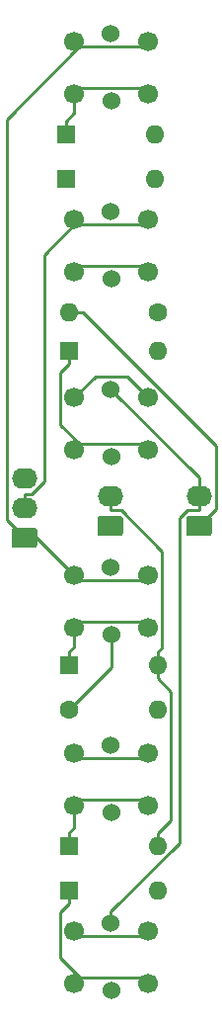
<source format=gbr>
G04 #@! TF.GenerationSoftware,KiCad,Pcbnew,(5.1.5-0-10_14)*
G04 #@! TF.CreationDate,2020-06-21T14:29:58+10:00*
G04 #@! TF.ProjectId,IFEI,49464549-2e6b-4696-9361-645f70636258,rev?*
G04 #@! TF.SameCoordinates,Original*
G04 #@! TF.FileFunction,Copper,L2,Bot*
G04 #@! TF.FilePolarity,Positive*
%FSLAX46Y46*%
G04 Gerber Fmt 4.6, Leading zero omitted, Abs format (unit mm)*
G04 Created by KiCad (PCBNEW (5.1.5-0-10_14)) date 2020-06-21 14:29:58*
%MOMM*%
%LPD*%
G04 APERTURE LIST*
%ADD10C,1.524000*%
%ADD11C,1.700000*%
%ADD12O,1.600000X1.600000*%
%ADD13C,1.600000*%
%ADD14O,2.200000X1.740000*%
%ADD15C,0.100000*%
%ADD16R,1.600000X1.600000*%
%ADD17C,0.250000*%
G04 APERTURE END LIST*
D10*
X136830000Y-117320000D03*
X136870000Y-123111000D03*
D11*
X133695000Y-118031000D03*
X140045000Y-118031000D03*
X133695000Y-122476000D03*
X140045000Y-122476000D03*
D12*
X140830000Y-114288000D03*
D13*
X133210000Y-114288000D03*
D12*
X133210000Y-80252000D03*
D13*
X140830000Y-80252000D03*
D14*
X144386000Y-96000000D03*
G04 #@! TA.AperFunction,ComponentPad*
D15*
G36*
X145260505Y-97671204D02*
G01*
X145284773Y-97674804D01*
X145308572Y-97680765D01*
X145331671Y-97689030D01*
X145353850Y-97699520D01*
X145374893Y-97712132D01*
X145394599Y-97726747D01*
X145412777Y-97743223D01*
X145429253Y-97761401D01*
X145443868Y-97781107D01*
X145456480Y-97802150D01*
X145466970Y-97824329D01*
X145475235Y-97847428D01*
X145481196Y-97871227D01*
X145484796Y-97895495D01*
X145486000Y-97919999D01*
X145486000Y-99160001D01*
X145484796Y-99184505D01*
X145481196Y-99208773D01*
X145475235Y-99232572D01*
X145466970Y-99255671D01*
X145456480Y-99277850D01*
X145443868Y-99298893D01*
X145429253Y-99318599D01*
X145412777Y-99336777D01*
X145394599Y-99353253D01*
X145374893Y-99367868D01*
X145353850Y-99380480D01*
X145331671Y-99390970D01*
X145308572Y-99399235D01*
X145284773Y-99405196D01*
X145260505Y-99408796D01*
X145236001Y-99410000D01*
X143535999Y-99410000D01*
X143511495Y-99408796D01*
X143487227Y-99405196D01*
X143463428Y-99399235D01*
X143440329Y-99390970D01*
X143418150Y-99380480D01*
X143397107Y-99367868D01*
X143377401Y-99353253D01*
X143359223Y-99336777D01*
X143342747Y-99318599D01*
X143328132Y-99298893D01*
X143315520Y-99277850D01*
X143305030Y-99255671D01*
X143296765Y-99232572D01*
X143290804Y-99208773D01*
X143287204Y-99184505D01*
X143286000Y-99160001D01*
X143286000Y-97919999D01*
X143287204Y-97895495D01*
X143290804Y-97871227D01*
X143296765Y-97847428D01*
X143305030Y-97824329D01*
X143315520Y-97802150D01*
X143328132Y-97781107D01*
X143342747Y-97761401D01*
X143359223Y-97743223D01*
X143377401Y-97726747D01*
X143397107Y-97712132D01*
X143418150Y-97699520D01*
X143440329Y-97689030D01*
X143463428Y-97680765D01*
X143487227Y-97674804D01*
X143511495Y-97671204D01*
X143535999Y-97670000D01*
X145236001Y-97670000D01*
X145260505Y-97671204D01*
G37*
G04 #@! TD.AperFunction*
D14*
X129400000Y-94476000D03*
X129400000Y-97016000D03*
G04 #@! TA.AperFunction,ComponentPad*
D15*
G36*
X130274505Y-98687204D02*
G01*
X130298773Y-98690804D01*
X130322572Y-98696765D01*
X130345671Y-98705030D01*
X130367850Y-98715520D01*
X130388893Y-98728132D01*
X130408599Y-98742747D01*
X130426777Y-98759223D01*
X130443253Y-98777401D01*
X130457868Y-98797107D01*
X130470480Y-98818150D01*
X130480970Y-98840329D01*
X130489235Y-98863428D01*
X130495196Y-98887227D01*
X130498796Y-98911495D01*
X130500000Y-98935999D01*
X130500000Y-100176001D01*
X130498796Y-100200505D01*
X130495196Y-100224773D01*
X130489235Y-100248572D01*
X130480970Y-100271671D01*
X130470480Y-100293850D01*
X130457868Y-100314893D01*
X130443253Y-100334599D01*
X130426777Y-100352777D01*
X130408599Y-100369253D01*
X130388893Y-100383868D01*
X130367850Y-100396480D01*
X130345671Y-100406970D01*
X130322572Y-100415235D01*
X130298773Y-100421196D01*
X130274505Y-100424796D01*
X130250001Y-100426000D01*
X128549999Y-100426000D01*
X128525495Y-100424796D01*
X128501227Y-100421196D01*
X128477428Y-100415235D01*
X128454329Y-100406970D01*
X128432150Y-100396480D01*
X128411107Y-100383868D01*
X128391401Y-100369253D01*
X128373223Y-100352777D01*
X128356747Y-100334599D01*
X128342132Y-100314893D01*
X128329520Y-100293850D01*
X128319030Y-100271671D01*
X128310765Y-100248572D01*
X128304804Y-100224773D01*
X128301204Y-100200505D01*
X128300000Y-100176001D01*
X128300000Y-98935999D01*
X128301204Y-98911495D01*
X128304804Y-98887227D01*
X128310765Y-98863428D01*
X128319030Y-98840329D01*
X128329520Y-98818150D01*
X128342132Y-98797107D01*
X128356747Y-98777401D01*
X128373223Y-98759223D01*
X128391401Y-98742747D01*
X128411107Y-98728132D01*
X128432150Y-98715520D01*
X128454329Y-98705030D01*
X128477428Y-98696765D01*
X128501227Y-98690804D01*
X128525495Y-98687204D01*
X128549999Y-98686000D01*
X130250001Y-98686000D01*
X130274505Y-98687204D01*
G37*
G04 #@! TD.AperFunction*
D14*
X136766000Y-96000000D03*
G04 #@! TA.AperFunction,ComponentPad*
D15*
G36*
X137640505Y-97671204D02*
G01*
X137664773Y-97674804D01*
X137688572Y-97680765D01*
X137711671Y-97689030D01*
X137733850Y-97699520D01*
X137754893Y-97712132D01*
X137774599Y-97726747D01*
X137792777Y-97743223D01*
X137809253Y-97761401D01*
X137823868Y-97781107D01*
X137836480Y-97802150D01*
X137846970Y-97824329D01*
X137855235Y-97847428D01*
X137861196Y-97871227D01*
X137864796Y-97895495D01*
X137866000Y-97919999D01*
X137866000Y-99160001D01*
X137864796Y-99184505D01*
X137861196Y-99208773D01*
X137855235Y-99232572D01*
X137846970Y-99255671D01*
X137836480Y-99277850D01*
X137823868Y-99298893D01*
X137809253Y-99318599D01*
X137792777Y-99336777D01*
X137774599Y-99353253D01*
X137754893Y-99367868D01*
X137733850Y-99380480D01*
X137711671Y-99390970D01*
X137688572Y-99399235D01*
X137664773Y-99405196D01*
X137640505Y-99408796D01*
X137616001Y-99410000D01*
X135915999Y-99410000D01*
X135891495Y-99408796D01*
X135867227Y-99405196D01*
X135843428Y-99399235D01*
X135820329Y-99390970D01*
X135798150Y-99380480D01*
X135777107Y-99367868D01*
X135757401Y-99353253D01*
X135739223Y-99336777D01*
X135722747Y-99318599D01*
X135708132Y-99298893D01*
X135695520Y-99277850D01*
X135685030Y-99255671D01*
X135676765Y-99232572D01*
X135670804Y-99208773D01*
X135667204Y-99184505D01*
X135666000Y-99160001D01*
X135666000Y-97919999D01*
X135667204Y-97895495D01*
X135670804Y-97871227D01*
X135676765Y-97847428D01*
X135685030Y-97824329D01*
X135695520Y-97802150D01*
X135708132Y-97781107D01*
X135722747Y-97761401D01*
X135739223Y-97743223D01*
X135757401Y-97726747D01*
X135777107Y-97712132D01*
X135798150Y-97699520D01*
X135820329Y-97689030D01*
X135843428Y-97680765D01*
X135867227Y-97674804D01*
X135891495Y-97671204D01*
X135915999Y-97670000D01*
X137616001Y-97670000D01*
X137640505Y-97671204D01*
G37*
G04 #@! TD.AperFunction*
D12*
X140830000Y-129782000D03*
D16*
X133210000Y-129782000D03*
D12*
X140830000Y-125972000D03*
D16*
X133210000Y-125972000D03*
D12*
X140830000Y-110478000D03*
D16*
X133210000Y-110478000D03*
D12*
X140830000Y-83554000D03*
D16*
X133210000Y-83554000D03*
D12*
X140576000Y-68822000D03*
D16*
X132956000Y-68822000D03*
D12*
X140576000Y-65012000D03*
D16*
X132956000Y-65012000D03*
D10*
X136830000Y-132560000D03*
X136870000Y-138351000D03*
D11*
X133695000Y-133271000D03*
X140045000Y-133271000D03*
X133695000Y-137716000D03*
X140045000Y-137716000D03*
D10*
X136830000Y-102080000D03*
X136870000Y-107871000D03*
D11*
X133695000Y-102791000D03*
X140045000Y-102791000D03*
X133695000Y-107236000D03*
X140045000Y-107236000D03*
D10*
X136830000Y-86840000D03*
X136870000Y-92631000D03*
D11*
X133695000Y-87551000D03*
X140045000Y-87551000D03*
X133695000Y-91996000D03*
X140045000Y-91996000D03*
D10*
X136830000Y-71600000D03*
X136870000Y-77391000D03*
D11*
X133695000Y-72311000D03*
X140045000Y-72311000D03*
X133695000Y-76756000D03*
X140045000Y-76756000D03*
D10*
X136830000Y-56360000D03*
X136870000Y-62151000D03*
D11*
X133695000Y-57071000D03*
X140045000Y-57071000D03*
X133695000Y-61516000D03*
X140045000Y-61516000D03*
D17*
X133695000Y-61516000D02*
X134194000Y-61017000D01*
X134194000Y-61017000D02*
X139546000Y-61017000D01*
X139546000Y-61017000D02*
X140045000Y-61516000D01*
X132956000Y-63886700D02*
X133695000Y-63147700D01*
X133695000Y-63147700D02*
X133695000Y-61516000D01*
X132956000Y-65012000D02*
X132956000Y-63886700D01*
X133695000Y-76756000D02*
X134194000Y-76257000D01*
X134194000Y-76257000D02*
X139546000Y-76257000D01*
X139546000Y-76257000D02*
X140045000Y-76756000D01*
X133210000Y-83554000D02*
X133210000Y-84679300D01*
X134150100Y-91540900D02*
X133695000Y-91996000D01*
X140045000Y-91996000D02*
X139589900Y-91540900D01*
X139589900Y-91540900D02*
X134150100Y-91540900D01*
X133210000Y-84679300D02*
X132472900Y-85416400D01*
X132472900Y-85416400D02*
X132472900Y-89863700D01*
X132472900Y-89863700D02*
X134150100Y-91540900D01*
X136766000Y-96000000D02*
X136766000Y-97195300D01*
X140830000Y-110478000D02*
X140830000Y-109352700D01*
X140830000Y-109352700D02*
X141231900Y-108950800D01*
X141231900Y-108950800D02*
X141231900Y-100690000D01*
X141231900Y-100690000D02*
X137737200Y-97195300D01*
X137737200Y-97195300D02*
X136766000Y-97195300D01*
X140830000Y-110759300D02*
X140830000Y-110478000D01*
X140830000Y-110759300D02*
X140830000Y-111603300D01*
X140830000Y-125972000D02*
X140830000Y-124846700D01*
X140830000Y-111603300D02*
X141955300Y-112728600D01*
X141955300Y-112728600D02*
X141955300Y-123721400D01*
X141955300Y-123721400D02*
X140830000Y-124846700D01*
X133210000Y-110478000D02*
X133210000Y-109352700D01*
X133210000Y-109352700D02*
X133695000Y-108867700D01*
X133695000Y-108867700D02*
X133695000Y-107236000D01*
X140045000Y-107236000D02*
X139591200Y-106782200D01*
X139591200Y-106782200D02*
X134148800Y-106782200D01*
X134148800Y-106782200D02*
X133695000Y-107236000D01*
X140045000Y-122476000D02*
X139546000Y-121977000D01*
X139546000Y-121977000D02*
X134194000Y-121977000D01*
X134194000Y-121977000D02*
X133695000Y-122476000D01*
X133210000Y-125972000D02*
X133210000Y-124846700D01*
X133210000Y-124846700D02*
X133695000Y-124361700D01*
X133695000Y-124361700D02*
X133695000Y-122476000D01*
X134163300Y-137247700D02*
X133695000Y-137716000D01*
X140045000Y-137716000D02*
X139576700Y-137247700D01*
X139576700Y-137247700D02*
X134163300Y-137247700D01*
X133210000Y-130907300D02*
X132482500Y-131634800D01*
X132482500Y-131634800D02*
X132482500Y-135566900D01*
X132482500Y-135566900D02*
X134163300Y-137247700D01*
X133210000Y-129782000D02*
X133210000Y-130907300D01*
X133695000Y-87551000D02*
X135493400Y-85752600D01*
X135493400Y-85752600D02*
X138246600Y-85752600D01*
X138246600Y-85752600D02*
X140045000Y-87551000D01*
X133695000Y-133271000D02*
X134118600Y-133694600D01*
X134118600Y-133694600D02*
X139621400Y-133694600D01*
X139621400Y-133694600D02*
X140045000Y-133271000D01*
X133695000Y-72687300D02*
X133695000Y-72311000D01*
X129400000Y-95820700D02*
X129997600Y-95820700D01*
X129997600Y-95820700D02*
X131093600Y-94724700D01*
X131093600Y-94724700D02*
X131093600Y-75288700D01*
X131093600Y-75288700D02*
X133695000Y-72687300D01*
X133695000Y-72687300D02*
X139668700Y-72687300D01*
X139668700Y-72687300D02*
X140045000Y-72311000D01*
X129400000Y-97016000D02*
X129400000Y-95820700D01*
X140045000Y-118031000D02*
X139647000Y-118429000D01*
X139647000Y-118429000D02*
X134093000Y-118429000D01*
X134093000Y-118429000D02*
X133695000Y-118031000D01*
X134118600Y-57494600D02*
X139621400Y-57494600D01*
X139621400Y-57494600D02*
X140045000Y-57071000D01*
X133695000Y-57071000D02*
X134118600Y-57494600D01*
X129400000Y-99556000D02*
X127898600Y-98054600D01*
X127898600Y-98054600D02*
X127898600Y-63714600D01*
X127898600Y-63714600D02*
X134118600Y-57494600D01*
X133695000Y-102791000D02*
X130460000Y-99556000D01*
X130460000Y-99556000D02*
X129400000Y-99556000D01*
X140045000Y-102791000D02*
X139623700Y-103212300D01*
X139623700Y-103212300D02*
X134116300Y-103212300D01*
X134116300Y-103212300D02*
X133695000Y-102791000D01*
X144386000Y-96000000D02*
X144386000Y-97195300D01*
X144386000Y-97195300D02*
X143414800Y-97195300D01*
X143414800Y-97195300D02*
X142731500Y-97878600D01*
X142731500Y-97878600D02*
X142731500Y-125682000D01*
X142731500Y-125682000D02*
X136830000Y-131583500D01*
X136830000Y-131583500D02*
X136830000Y-132560000D01*
X144386000Y-96000000D02*
X144386000Y-94396000D01*
X144386000Y-94396000D02*
X136830000Y-86840000D01*
X144386000Y-98540000D02*
X145837200Y-97088800D01*
X145837200Y-97088800D02*
X145837200Y-91680600D01*
X145837200Y-91680600D02*
X134408600Y-80252000D01*
X134408600Y-80252000D02*
X133210000Y-80252000D01*
X133210000Y-114288000D02*
X136870000Y-110628000D01*
X136870000Y-110628000D02*
X136870000Y-107871000D01*
M02*

</source>
